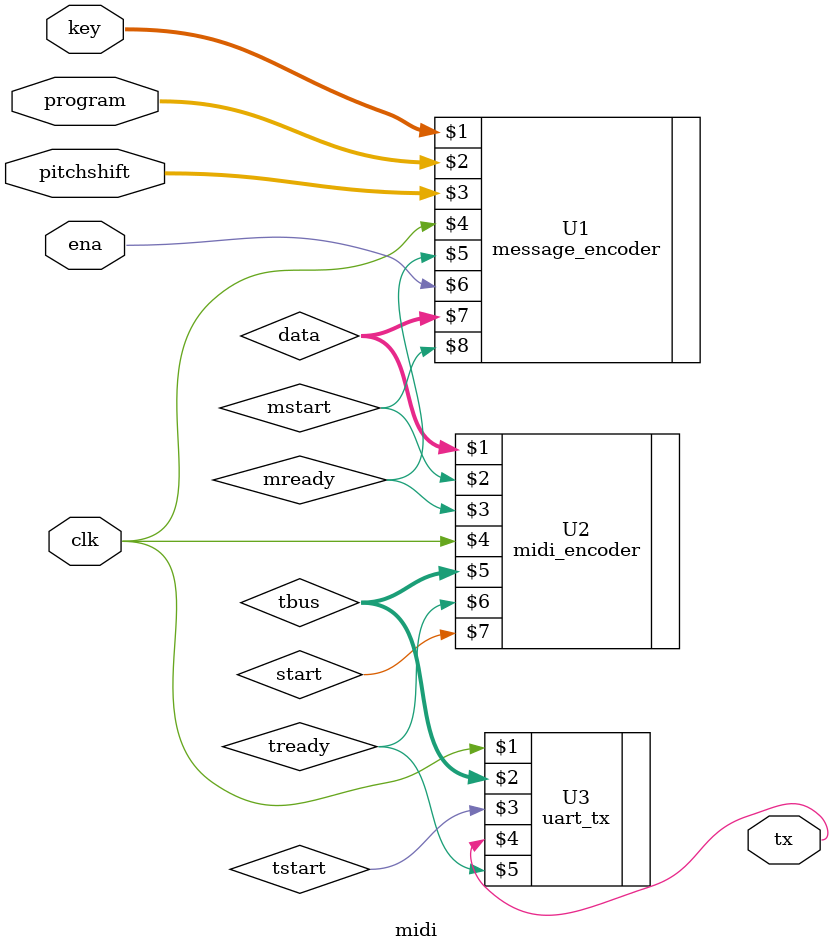
<source format=v>
`timescale 1ns / 1ps

// This module was slightly modified from the original. ~Jon
module midi(
    input clk,
    input [9:0] key,
    input ena,
    input [6:0] program,
    input [4:0] pitchshift,
    output tx
    );
    
    wire tready, tstart, mready, mstart;
    wire [7:0] data;
    wire [7:0] tbus;
    
    message_encoder U1(key, program, pitchshift, clk, mready, ena, data, mstart);
    midi_encoder U2(data, mstart, mready, clk, tbus, tready, start);
    uart_tx U3(clk, tbus, tstart, tx, tready);
endmodule
</source>
